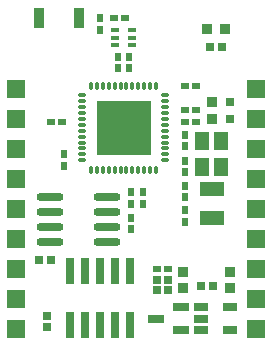
<source format=gts>
G04 Layer_Color=8388736*
%FSLAX44Y44*%
%MOMM*%
G71*
G01*
G75*
%ADD46R,1.2000X0.7000*%
%ADD47R,0.9000X0.9000*%
%ADD48R,0.7000X2.3000*%
%ADD49R,1.2500X1.5000*%
%ADD50O,0.8000X0.3500*%
%ADD51O,0.3500X0.8000*%
%ADD52R,4.6000X4.6000*%
%ADD53R,1.4000X0.7000*%
%ADD54R,0.8000X0.4500*%
%ADD55R,0.8000X0.8000*%
%ADD56R,0.7000X0.6500*%
%ADD57R,0.6000X0.7500*%
%ADD58R,0.8620X0.8620*%
%ADD59R,2.0000X1.2000*%
%ADD60O,2.3000X0.7000*%
%ADD61R,0.9000X1.7000*%
%ADD62R,0.6000X0.7000*%
%ADD63R,0.7500X0.6000*%
%ADD64R,0.6500X0.7000*%
%ADD65R,1.6000X1.6000*%
%ADD66C,0.7000*%
D46*
X575500Y1337000D02*
D03*
Y1327500D02*
D03*
Y1318000D02*
D03*
X599500D02*
D03*
Y1337000D02*
D03*
D47*
X580000Y1572500D02*
D03*
X595000D02*
D03*
D48*
X515400Y1367750D02*
D03*
X502700D02*
D03*
X490000D02*
D03*
X477300D02*
D03*
X464600D02*
D03*
X515400Y1322250D02*
D03*
X502700D02*
D03*
X490000D02*
D03*
X477300D02*
D03*
X464600D02*
D03*
D49*
X576000Y1478000D02*
D03*
Y1456000D02*
D03*
X592000D02*
D03*
Y1478000D02*
D03*
D50*
X545000Y1461500D02*
D03*
Y1466500D02*
D03*
Y1471500D02*
D03*
Y1476500D02*
D03*
Y1481500D02*
D03*
Y1486500D02*
D03*
Y1491500D02*
D03*
Y1496500D02*
D03*
Y1501500D02*
D03*
Y1506500D02*
D03*
Y1511500D02*
D03*
Y1516500D02*
D03*
X474000D02*
D03*
Y1511500D02*
D03*
Y1506500D02*
D03*
Y1501500D02*
D03*
Y1496500D02*
D03*
Y1491500D02*
D03*
Y1486500D02*
D03*
Y1481500D02*
D03*
Y1476500D02*
D03*
Y1471500D02*
D03*
Y1466500D02*
D03*
Y1461500D02*
D03*
D51*
X537000Y1524500D02*
D03*
X532000D02*
D03*
X527000D02*
D03*
X522000D02*
D03*
X517000D02*
D03*
X512000D02*
D03*
X507000D02*
D03*
X502000D02*
D03*
X497000D02*
D03*
X492000D02*
D03*
X487000D02*
D03*
X482000D02*
D03*
Y1453500D02*
D03*
X487000D02*
D03*
X492000D02*
D03*
X497000D02*
D03*
X502000D02*
D03*
X507000D02*
D03*
X512000D02*
D03*
X517000D02*
D03*
X522000D02*
D03*
X527000D02*
D03*
X532000D02*
D03*
X537000D02*
D03*
D52*
X509500Y1489000D02*
D03*
D53*
X558000Y1318000D02*
D03*
Y1337000D02*
D03*
X537000Y1327500D02*
D03*
D54*
X517000Y1558750D02*
D03*
Y1565250D02*
D03*
Y1571750D02*
D03*
X502000Y1558750D02*
D03*
Y1565250D02*
D03*
Y1571750D02*
D03*
D55*
X599500Y1496500D02*
D03*
Y1510500D02*
D03*
D56*
X575000Y1355000D02*
D03*
X585000D02*
D03*
X447750Y1376750D02*
D03*
X437750D02*
D03*
X537500Y1360500D02*
D03*
X547500D02*
D03*
X547500Y1351500D02*
D03*
X537500D02*
D03*
X592500Y1557500D02*
D03*
X582500D02*
D03*
D57*
X561500Y1419000D02*
D03*
Y1409500D02*
D03*
Y1461000D02*
D03*
Y1451500D02*
D03*
Y1473750D02*
D03*
Y1483250D02*
D03*
X515500Y1403250D02*
D03*
Y1412750D02*
D03*
X459500Y1457000D02*
D03*
Y1466500D02*
D03*
X515500Y1434250D02*
D03*
Y1424750D02*
D03*
X526250Y1434250D02*
D03*
Y1424750D02*
D03*
X514500Y1539750D02*
D03*
Y1549250D02*
D03*
X504500Y1539750D02*
D03*
Y1549250D02*
D03*
X561500Y1430500D02*
D03*
Y1440000D02*
D03*
D58*
X584500Y1510485D02*
D03*
Y1496515D02*
D03*
X600000Y1366985D02*
D03*
Y1353015D02*
D03*
X560000Y1366985D02*
D03*
Y1353015D02*
D03*
D59*
X584000Y1412250D02*
D03*
Y1437250D02*
D03*
D60*
X447500Y1430300D02*
D03*
Y1417600D02*
D03*
Y1404900D02*
D03*
Y1392200D02*
D03*
X495500Y1430300D02*
D03*
Y1417600D02*
D03*
Y1404900D02*
D03*
Y1392200D02*
D03*
D61*
X438000Y1582000D02*
D03*
X472000D02*
D03*
D62*
X490000Y1572000D02*
D03*
Y1582000D02*
D03*
D63*
X537750Y1369500D02*
D03*
X547250D02*
D03*
X561750Y1524500D02*
D03*
X571250D02*
D03*
X561750Y1504000D02*
D03*
X571250D02*
D03*
X561750Y1494000D02*
D03*
X571250D02*
D03*
X457750Y1493750D02*
D03*
X448250D02*
D03*
X510750Y1582000D02*
D03*
X501250D02*
D03*
D64*
X444500Y1330000D02*
D03*
Y1320000D02*
D03*
D65*
X418400Y1496200D02*
D03*
Y1318400D02*
D03*
Y1343800D02*
D03*
Y1369200D02*
D03*
Y1394600D02*
D03*
Y1420000D02*
D03*
Y1445400D02*
D03*
Y1470800D02*
D03*
Y1521600D02*
D03*
X621600Y1470800D02*
D03*
Y1445400D02*
D03*
Y1420000D02*
D03*
Y1394600D02*
D03*
Y1369200D02*
D03*
Y1343800D02*
D03*
Y1318400D02*
D03*
Y1496200D02*
D03*
Y1521600D02*
D03*
D66*
X525000Y1473500D02*
D03*
X509500D02*
D03*
X494000D02*
D03*
X525000Y1489000D02*
D03*
X509500D02*
D03*
X494000D02*
D03*
X525000Y1504500D02*
D03*
X509500D02*
D03*
X494000D02*
D03*
M02*

</source>
